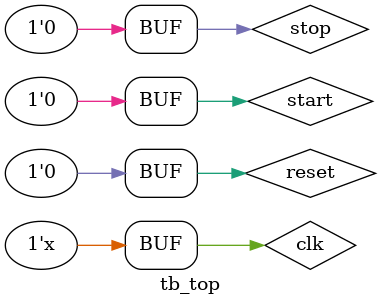
<source format=v>
`timescale 1ns / 1ps


module tb_top(
    
    );
    
    reg clk, reset, start, stop;
    wire [6:0]cathode;
    wire [7:0]anode;
    wire win;
    wire [2:0]count;
    wire [3:0] right;
    wire [3:0] left;
    wire [3:0] middle;
    wire [3:0] digit;
    
    top testing(.clk(clk),.reset(reset),.start(start),.stop(stop),.cathode(cathode),.anode(anode),.win(win),.count(count),.right(right),.left(left),.middle(middle),.digit(digit));
    
    initial
    begin
        clk = 0;
        reset = 0;
        start = 0;
        stop = 0;
        
        #10 reset = 1;
        #15 reset = 0;
        
        #20 start = 1;
        #22 start = 0;
        
        #10 stop = 1;
        #20  stop = 0;
        
    end
    
    always
        #10 clk = ~clk;
        
        
endmodule

</source>
